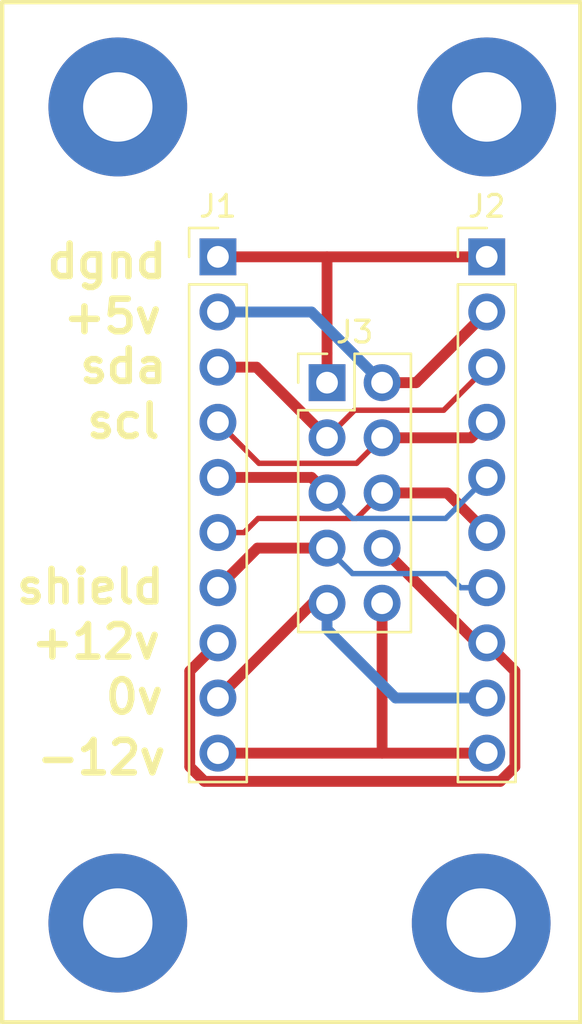
<source format=kicad_pcb>
(kicad_pcb (version 20171130) (host pcbnew "(5.0.1-3-g963ef8bb5)")

  (general
    (thickness 1.6)
    (drawings 12)
    (tracks 59)
    (zones 0)
    (modules 7)
    (nets 11)
  )

  (page A4)
  (layers
    (0 F.Cu signal)
    (31 B.Cu signal)
    (32 B.Adhes user)
    (33 F.Adhes user)
    (34 B.Paste user)
    (35 F.Paste user)
    (36 B.SilkS user)
    (37 F.SilkS user)
    (38 B.Mask user)
    (39 F.Mask user)
    (40 Dwgs.User user)
    (41 Cmts.User user)
    (42 Eco1.User user)
    (43 Eco2.User user)
    (44 Edge.Cuts user)
    (45 Margin user)
    (46 B.CrtYd user)
    (47 F.CrtYd user)
    (48 B.Fab user)
    (49 F.Fab user)
  )

  (setup
    (last_trace_width 0.5)
    (trace_clearance 0.2)
    (zone_clearance 0.508)
    (zone_45_only no)
    (trace_min 0.2)
    (segment_width 0.2)
    (edge_width 0.15)
    (via_size 0.8)
    (via_drill 0.4)
    (via_min_size 0.4)
    (via_min_drill 0.3)
    (uvia_size 0.3)
    (uvia_drill 0.1)
    (uvias_allowed no)
    (uvia_min_size 0.2)
    (uvia_min_drill 0.1)
    (pcb_text_width 0.3)
    (pcb_text_size 1.5 1.5)
    (mod_edge_width 0.15)
    (mod_text_size 1 1)
    (mod_text_width 0.15)
    (pad_size 1.524 1.524)
    (pad_drill 0.762)
    (pad_to_mask_clearance 0.051)
    (solder_mask_min_width 0.25)
    (aux_axis_origin 0 0)
    (visible_elements FFFFFF7F)
    (pcbplotparams
      (layerselection 0x010fc_ffffffff)
      (usegerberextensions false)
      (usegerberattributes false)
      (usegerberadvancedattributes false)
      (creategerberjobfile false)
      (excludeedgelayer true)
      (linewidth 0.100000)
      (plotframeref false)
      (viasonmask false)
      (mode 1)
      (useauxorigin false)
      (hpglpennumber 1)
      (hpglpenspeed 20)
      (hpglpendiameter 15.000000)
      (psnegative false)
      (psa4output false)
      (plotreference true)
      (plotvalue true)
      (plotinvisibletext false)
      (padsonsilk false)
      (subtractmaskfromsilk false)
      (outputformat 1)
      (mirror false)
      (drillshape 1)
      (scaleselection 1)
      (outputdirectory ""))
  )

  (net 0 "")
  (net 1 "Net-(J1-Pad1)")
  (net 2 "Net-(J1-Pad2)")
  (net 3 "Net-(J1-Pad3)")
  (net 4 "Net-(J1-Pad4)")
  (net 5 "Net-(J1-Pad5)")
  (net 6 "Net-(J1-Pad6)")
  (net 7 "Net-(J1-Pad7)")
  (net 8 "Net-(J1-Pad8)")
  (net 9 "Net-(J1-Pad9)")
  (net 10 "Net-(J1-Pad10)")

  (net_class Default "This is the default net class."
    (clearance 0.2)
    (trace_width 0.5)
    (via_dia 0.8)
    (via_drill 0.4)
    (uvia_dia 0.3)
    (uvia_drill 0.1)
    (add_net "Net-(J1-Pad1)")
    (add_net "Net-(J1-Pad10)")
    (add_net "Net-(J1-Pad2)")
    (add_net "Net-(J1-Pad8)")
    (add_net "Net-(J1-Pad9)")
  )

  (net_class Signal ""
    (clearance 0.2)
    (trace_width 0.25)
    (via_dia 0.8)
    (via_drill 0.4)
    (uvia_dia 0.3)
    (uvia_drill 0.1)
    (add_net "Net-(J1-Pad3)")
    (add_net "Net-(J1-Pad4)")
    (add_net "Net-(J1-Pad5)")
    (add_net "Net-(J1-Pad6)")
    (add_net "Net-(J1-Pad7)")
  )

  (module MountingHole:MountingHole_3.2mm_M3_Pad (layer F.Cu) (tedit 5C61C61A) (tstamp 5C79621E)
    (at 142.748 108.458)
    (descr "Mounting Hole 3.2mm, M3")
    (tags "mounting hole 3.2mm m3")
    (attr virtual)
    (fp_text reference REF** (at 0 -4.2) (layer F.SilkS) hide
      (effects (font (size 1 1) (thickness 0.15)))
    )
    (fp_text value MountingHole_3.2mm_M3_Pad (at 0 4.2) (layer F.Fab) hide
      (effects (font (size 1 1) (thickness 0.15)))
    )
    (fp_circle (center 0 0) (end 3.45 0) (layer F.CrtYd) (width 0.05))
    (fp_circle (center 0 0) (end 3.2 0) (layer Cmts.User) (width 0.15))
    (fp_text user %R (at 0.3 0) (layer F.Fab)
      (effects (font (size 1 1) (thickness 0.15)))
    )
    (pad 1 thru_hole circle (at 0 0) (size 6.4 6.4) (drill 3.2) (layers *.Cu *.Mask))
  )

  (module MountingHole:MountingHole_3.2mm_M3_Pad (layer F.Cu) (tedit 5C61C616) (tstamp 5C79632A)
    (at 125.984 108.458)
    (descr "Mounting Hole 3.2mm, M3")
    (tags "mounting hole 3.2mm m3")
    (attr virtual)
    (fp_text reference REF** (at 0 -4.2) (layer F.SilkS) hide
      (effects (font (size 1 1) (thickness 0.15)))
    )
    (fp_text value MountingHole_3.2mm_M3_Pad (at 0 4.2) (layer F.Fab) hide
      (effects (font (size 1 1) (thickness 0.15)))
    )
    (fp_text user %R (at 0.3 0) (layer F.Fab)
      (effects (font (size 1 1) (thickness 0.15)))
    )
    (fp_circle (center 0 0) (end 3.2 0) (layer Cmts.User) (width 0.15))
    (fp_circle (center 0 0) (end 3.45 0) (layer F.CrtYd) (width 0.05))
    (pad 1 thru_hole circle (at 0 0) (size 6.4 6.4) (drill 3.2) (layers *.Cu *.Mask))
  )

  (module Connector_PinHeader_2.54mm:PinHeader_2x05_P2.54mm_Vertical (layer F.Cu) (tedit 5C61C602) (tstamp 5C6DE2D5)
    (at 135.636 83.566)
    (descr "Through hole straight pin header, 2x05, 2.54mm pitch, double rows")
    (tags "Through hole pin header THT 2x05 2.54mm double row")
    (path /5C61E11C)
    (fp_text reference J3 (at 1.27 -2.33) (layer F.SilkS)
      (effects (font (size 1 1) (thickness 0.15)))
    )
    (fp_text value Conn_02x05_Odd_Even (at 1.27 12.49) (layer F.Fab) hide
      (effects (font (size 1 1) (thickness 0.15)))
    )
    (fp_line (start 0 -1.27) (end 3.81 -1.27) (layer F.Fab) (width 0.1))
    (fp_line (start 3.81 -1.27) (end 3.81 11.43) (layer F.Fab) (width 0.1))
    (fp_line (start 3.81 11.43) (end -1.27 11.43) (layer F.Fab) (width 0.1))
    (fp_line (start -1.27 11.43) (end -1.27 0) (layer F.Fab) (width 0.1))
    (fp_line (start -1.27 0) (end 0 -1.27) (layer F.Fab) (width 0.1))
    (fp_line (start -1.33 11.49) (end 3.87 11.49) (layer F.SilkS) (width 0.12))
    (fp_line (start -1.33 1.27) (end -1.33 11.49) (layer F.SilkS) (width 0.12))
    (fp_line (start 3.87 -1.33) (end 3.87 11.49) (layer F.SilkS) (width 0.12))
    (fp_line (start -1.33 1.27) (end 1.27 1.27) (layer F.SilkS) (width 0.12))
    (fp_line (start 1.27 1.27) (end 1.27 -1.33) (layer F.SilkS) (width 0.12))
    (fp_line (start 1.27 -1.33) (end 3.87 -1.33) (layer F.SilkS) (width 0.12))
    (fp_line (start -1.33 0) (end -1.33 -1.33) (layer F.SilkS) (width 0.12))
    (fp_line (start -1.33 -1.33) (end 0 -1.33) (layer F.SilkS) (width 0.12))
    (fp_line (start -1.8 -1.8) (end -1.8 11.95) (layer F.CrtYd) (width 0.05))
    (fp_line (start -1.8 11.95) (end 4.35 11.95) (layer F.CrtYd) (width 0.05))
    (fp_line (start 4.35 11.95) (end 4.35 -1.8) (layer F.CrtYd) (width 0.05))
    (fp_line (start 4.35 -1.8) (end -1.8 -1.8) (layer F.CrtYd) (width 0.05))
    (fp_text user %R (at 1.27 5.08 90) (layer F.Fab)
      (effects (font (size 1 1) (thickness 0.15)))
    )
    (pad 1 thru_hole rect (at 0 0) (size 1.7 1.7) (drill 1) (layers *.Cu *.Mask)
      (net 1 "Net-(J1-Pad1)"))
    (pad 2 thru_hole oval (at 2.54 0) (size 1.7 1.7) (drill 1) (layers *.Cu *.Mask)
      (net 2 "Net-(J1-Pad2)"))
    (pad 3 thru_hole oval (at 0 2.54) (size 1.7 1.7) (drill 1) (layers *.Cu *.Mask)
      (net 3 "Net-(J1-Pad3)"))
    (pad 4 thru_hole oval (at 2.54 2.54) (size 1.7 1.7) (drill 1) (layers *.Cu *.Mask)
      (net 4 "Net-(J1-Pad4)"))
    (pad 5 thru_hole oval (at 0 5.08) (size 1.7 1.7) (drill 1) (layers *.Cu *.Mask)
      (net 5 "Net-(J1-Pad5)"))
    (pad 6 thru_hole oval (at 2.54 5.08) (size 1.7 1.7) (drill 1) (layers *.Cu *.Mask)
      (net 6 "Net-(J1-Pad6)"))
    (pad 7 thru_hole oval (at 0 7.62) (size 1.7 1.7) (drill 1) (layers *.Cu *.Mask)
      (net 7 "Net-(J1-Pad7)"))
    (pad 8 thru_hole oval (at 2.54 7.62) (size 1.7 1.7) (drill 1) (layers *.Cu *.Mask)
      (net 8 "Net-(J1-Pad8)"))
    (pad 9 thru_hole oval (at 0 10.16) (size 1.7 1.7) (drill 1) (layers *.Cu *.Mask)
      (net 9 "Net-(J1-Pad9)"))
    (pad 10 thru_hole oval (at 2.54 10.16) (size 1.7 1.7) (drill 1) (layers *.Cu *.Mask)
      (net 10 "Net-(J1-Pad10)"))
    (model ${KISYS3DMOD}/Connector_PinHeader_2.54mm.3dshapes/PinHeader_2x05_P2.54mm_Vertical.wrl
      (at (xyz 0 0 0))
      (scale (xyz 1 1 1))
      (rotate (xyz 0 0 0))
    )
  )

  (module Connector_PinHeader_2.54mm:PinHeader_1x10_P2.54mm_Vertical (layer F.Cu) (tedit 5C61C60A) (tstamp 5C6DE5B6)
    (at 130.603001 77.771001)
    (descr "Through hole straight pin header, 1x10, 2.54mm pitch, single row")
    (tags "Through hole pin header THT 1x10 2.54mm single row")
    (path /5C61A187)
    (fp_text reference J1 (at 0 -2.33) (layer F.SilkS)
      (effects (font (size 1 1) (thickness 0.15)))
    )
    (fp_text value Conn_01x10 (at 0 25.19) (layer F.Fab) hide
      (effects (font (size 1 1) (thickness 0.15)))
    )
    (fp_line (start -0.635 -1.27) (end 1.27 -1.27) (layer F.Fab) (width 0.1))
    (fp_line (start 1.27 -1.27) (end 1.27 24.13) (layer F.Fab) (width 0.1))
    (fp_line (start 1.27 24.13) (end -1.27 24.13) (layer F.Fab) (width 0.1))
    (fp_line (start -1.27 24.13) (end -1.27 -0.635) (layer F.Fab) (width 0.1))
    (fp_line (start -1.27 -0.635) (end -0.635 -1.27) (layer F.Fab) (width 0.1))
    (fp_line (start -1.33 24.19) (end 1.33 24.19) (layer F.SilkS) (width 0.12))
    (fp_line (start -1.33 1.27) (end -1.33 24.19) (layer F.SilkS) (width 0.12))
    (fp_line (start 1.33 1.27) (end 1.33 24.19) (layer F.SilkS) (width 0.12))
    (fp_line (start -1.33 1.27) (end 1.33 1.27) (layer F.SilkS) (width 0.12))
    (fp_line (start -1.33 0) (end -1.33 -1.33) (layer F.SilkS) (width 0.12))
    (fp_line (start -1.33 -1.33) (end 0 -1.33) (layer F.SilkS) (width 0.12))
    (fp_line (start -1.8 -1.8) (end -1.8 24.65) (layer F.CrtYd) (width 0.05))
    (fp_line (start -1.8 24.65) (end 1.8 24.65) (layer F.CrtYd) (width 0.05))
    (fp_line (start 1.8 24.65) (end 1.8 -1.8) (layer F.CrtYd) (width 0.05))
    (fp_line (start 1.8 -1.8) (end -1.8 -1.8) (layer F.CrtYd) (width 0.05))
    (fp_text user %R (at 0 11.43 90) (layer F.Fab)
      (effects (font (size 1 1) (thickness 0.15)))
    )
    (pad 1 thru_hole rect (at 0 0) (size 1.7 1.7) (drill 1) (layers *.Cu *.Mask)
      (net 1 "Net-(J1-Pad1)"))
    (pad 2 thru_hole oval (at 0 2.54) (size 1.7 1.7) (drill 1) (layers *.Cu *.Mask)
      (net 2 "Net-(J1-Pad2)"))
    (pad 3 thru_hole oval (at 0 5.08) (size 1.7 1.7) (drill 1) (layers *.Cu *.Mask)
      (net 3 "Net-(J1-Pad3)"))
    (pad 4 thru_hole oval (at 0 7.62) (size 1.7 1.7) (drill 1) (layers *.Cu *.Mask)
      (net 4 "Net-(J1-Pad4)"))
    (pad 5 thru_hole oval (at 0 10.16) (size 1.7 1.7) (drill 1) (layers *.Cu *.Mask)
      (net 5 "Net-(J1-Pad5)"))
    (pad 6 thru_hole oval (at 0 12.7) (size 1.7 1.7) (drill 1) (layers *.Cu *.Mask)
      (net 6 "Net-(J1-Pad6)"))
    (pad 7 thru_hole oval (at 0 15.24) (size 1.7 1.7) (drill 1) (layers *.Cu *.Mask)
      (net 7 "Net-(J1-Pad7)"))
    (pad 8 thru_hole oval (at 0 17.78) (size 1.7 1.7) (drill 1) (layers *.Cu *.Mask)
      (net 8 "Net-(J1-Pad8)"))
    (pad 9 thru_hole oval (at 0 20.32) (size 1.7 1.7) (drill 1) (layers *.Cu *.Mask)
      (net 9 "Net-(J1-Pad9)"))
    (pad 10 thru_hole oval (at 0 22.86) (size 1.7 1.7) (drill 1) (layers *.Cu *.Mask)
      (net 10 "Net-(J1-Pad10)"))
    (model ${KISYS3DMOD}/Connector_PinHeader_2.54mm.3dshapes/PinHeader_1x10_P2.54mm_Vertical.wrl
      (at (xyz 0 0 0))
      (scale (xyz 1 1 1))
      (rotate (xyz 0 0 0))
    )
  )

  (module Connector_PinHeader_2.54mm:PinHeader_1x10_P2.54mm_Vertical (layer F.Cu) (tedit 5C61C605) (tstamp 5C6DE5D3)
    (at 143.003001 77.771001)
    (descr "Through hole straight pin header, 1x10, 2.54mm pitch, single row")
    (tags "Through hole pin header THT 1x10 2.54mm single row")
    (path /5C61A8E5)
    (fp_text reference J2 (at 0 -2.33) (layer F.SilkS)
      (effects (font (size 1 1) (thickness 0.15)))
    )
    (fp_text value Conn_01x10 (at 0 25.19) (layer F.Fab) hide
      (effects (font (size 1 1) (thickness 0.15)))
    )
    (fp_text user %R (at 0 11.43 90) (layer F.Fab)
      (effects (font (size 1 1) (thickness 0.15)))
    )
    (fp_line (start 1.8 -1.8) (end -1.8 -1.8) (layer F.CrtYd) (width 0.05))
    (fp_line (start 1.8 24.65) (end 1.8 -1.8) (layer F.CrtYd) (width 0.05))
    (fp_line (start -1.8 24.65) (end 1.8 24.65) (layer F.CrtYd) (width 0.05))
    (fp_line (start -1.8 -1.8) (end -1.8 24.65) (layer F.CrtYd) (width 0.05))
    (fp_line (start -1.33 -1.33) (end 0 -1.33) (layer F.SilkS) (width 0.12))
    (fp_line (start -1.33 0) (end -1.33 -1.33) (layer F.SilkS) (width 0.12))
    (fp_line (start -1.33 1.27) (end 1.33 1.27) (layer F.SilkS) (width 0.12))
    (fp_line (start 1.33 1.27) (end 1.33 24.19) (layer F.SilkS) (width 0.12))
    (fp_line (start -1.33 1.27) (end -1.33 24.19) (layer F.SilkS) (width 0.12))
    (fp_line (start -1.33 24.19) (end 1.33 24.19) (layer F.SilkS) (width 0.12))
    (fp_line (start -1.27 -0.635) (end -0.635 -1.27) (layer F.Fab) (width 0.1))
    (fp_line (start -1.27 24.13) (end -1.27 -0.635) (layer F.Fab) (width 0.1))
    (fp_line (start 1.27 24.13) (end -1.27 24.13) (layer F.Fab) (width 0.1))
    (fp_line (start 1.27 -1.27) (end 1.27 24.13) (layer F.Fab) (width 0.1))
    (fp_line (start -0.635 -1.27) (end 1.27 -1.27) (layer F.Fab) (width 0.1))
    (pad 10 thru_hole oval (at 0 22.86) (size 1.7 1.7) (drill 1) (layers *.Cu *.Mask)
      (net 10 "Net-(J1-Pad10)"))
    (pad 9 thru_hole oval (at 0 20.32) (size 1.7 1.7) (drill 1) (layers *.Cu *.Mask)
      (net 9 "Net-(J1-Pad9)"))
    (pad 8 thru_hole oval (at 0 17.78) (size 1.7 1.7) (drill 1) (layers *.Cu *.Mask)
      (net 8 "Net-(J1-Pad8)"))
    (pad 7 thru_hole oval (at 0 15.24) (size 1.7 1.7) (drill 1) (layers *.Cu *.Mask)
      (net 7 "Net-(J1-Pad7)"))
    (pad 6 thru_hole oval (at 0 12.7) (size 1.7 1.7) (drill 1) (layers *.Cu *.Mask)
      (net 6 "Net-(J1-Pad6)"))
    (pad 5 thru_hole oval (at 0 10.16) (size 1.7 1.7) (drill 1) (layers *.Cu *.Mask)
      (net 5 "Net-(J1-Pad5)"))
    (pad 4 thru_hole oval (at 0 7.62) (size 1.7 1.7) (drill 1) (layers *.Cu *.Mask)
      (net 4 "Net-(J1-Pad4)"))
    (pad 3 thru_hole oval (at 0 5.08) (size 1.7 1.7) (drill 1) (layers *.Cu *.Mask)
      (net 3 "Net-(J1-Pad3)"))
    (pad 2 thru_hole oval (at 0 2.54) (size 1.7 1.7) (drill 1) (layers *.Cu *.Mask)
      (net 2 "Net-(J1-Pad2)"))
    (pad 1 thru_hole rect (at 0 0) (size 1.7 1.7) (drill 1) (layers *.Cu *.Mask)
      (net 1 "Net-(J1-Pad1)"))
    (model ${KISYS3DMOD}/Connector_PinHeader_2.54mm.3dshapes/PinHeader_1x10_P2.54mm_Vertical.wrl
      (at (xyz 0 0 0))
      (scale (xyz 1 1 1))
      (rotate (xyz 0 0 0))
    )
  )

  (module MountingHole:MountingHole_3.2mm_M3_Pad (layer F.Cu) (tedit 5C61C60F) (tstamp 5C7961C8)
    (at 143.002 70.866)
    (descr "Mounting Hole 3.2mm, M3")
    (tags "mounting hole 3.2mm m3")
    (attr virtual)
    (fp_text reference REF** (at 0 -4.2) (layer F.SilkS) hide
      (effects (font (size 1 1) (thickness 0.15)))
    )
    (fp_text value MountingHole_3.2mm_M3_Pad (at 0 4.2) (layer F.Fab) hide
      (effects (font (size 1 1) (thickness 0.15)))
    )
    (fp_circle (center 0 0) (end 3.45 0) (layer F.CrtYd) (width 0.05))
    (fp_circle (center 0 0) (end 3.2 0) (layer Cmts.User) (width 0.15))
    (fp_text user %R (at 0.3 0) (layer F.Fab)
      (effects (font (size 1 1) (thickness 0.15)))
    )
    (pad 1 thru_hole circle (at 0 0) (size 6.4 6.4) (drill 3.2) (layers *.Cu *.Mask))
  )

  (module MountingHole:MountingHole_3.2mm_M3_Pad (layer F.Cu) (tedit 5C61C613) (tstamp 5C7961D7)
    (at 125.984 70.866)
    (descr "Mounting Hole 3.2mm, M3")
    (tags "mounting hole 3.2mm m3")
    (attr virtual)
    (fp_text reference REF** (at 0 -4.2) (layer F.SilkS) hide
      (effects (font (size 1 1) (thickness 0.15)))
    )
    (fp_text value MountingHole_3.2mm_M3_Pad (at 0 4.2) (layer F.Fab) hide
      (effects (font (size 1 1) (thickness 0.15)))
    )
    (fp_circle (center 0 0) (end 3.45 0) (layer F.CrtYd) (width 0.05))
    (fp_circle (center 0 0) (end 3.2 0) (layer Cmts.User) (width 0.15))
    (fp_text user %R (at 0.3 0) (layer F.Fab)
      (effects (font (size 1 1) (thickness 0.15)))
    )
    (pad 1 thru_hole circle (at 0 0) (size 6.4 6.4) (drill 3.2) (layers *.Cu *.Mask))
  )

  (gr_line (start 120.65 113.03) (end 120.65 66.04) (layer F.SilkS) (width 0.2))
  (gr_line (start 147.32 113.03) (end 120.65 113.03) (layer F.SilkS) (width 0.2))
  (gr_line (start 147.32 66.04) (end 147.32 113.03) (layer F.SilkS) (width 0.2))
  (gr_line (start 120.65 66.04) (end 147.32 66.04) (layer F.SilkS) (width 0.2))
  (gr_text shield (at 124.714 92.964) (layer F.SilkS)
    (effects (font (size 1.5 1.5) (thickness 0.3)))
  )
  (gr_text scl (at 126.238 85.344) (layer F.SilkS)
    (effects (font (size 1.5 1.5) (thickness 0.3)))
  )
  (gr_text sda (at 126.238 82.804) (layer F.SilkS)
    (effects (font (size 1.5 1.5) (thickness 0.3)))
  )
  (gr_text 0v (at 126.746 98.044) (layer F.SilkS)
    (effects (font (size 1.5 1.5) (thickness 0.3)))
  )
  (gr_text -12v (at 125.222 100.838) (layer F.SilkS)
    (effects (font (size 1.5 1.5) (thickness 0.3)))
  )
  (gr_text +12v (at 124.968 95.504) (layer F.SilkS) (tstamp 5C7962D9)
    (effects (font (size 1.5 1.5) (thickness 0.3)))
  )
  (gr_text +5v (at 125.73 80.518) (layer F.SilkS)
    (effects (font (size 1.5 1.5) (thickness 0.3)))
  )
  (gr_text dgnd (at 125.476 77.978) (layer F.SilkS)
    (effects (font (size 1.5 1.5) (thickness 0.3)))
  )

  (segment (start 135.636 82.216) (end 135.636 77.771001) (width 0.5) (layer F.Cu) (net 1))
  (segment (start 135.636 83.566) (end 135.636 82.216) (width 0.5) (layer F.Cu) (net 1))
  (segment (start 135.636 77.771001) (end 143.003001 77.771001) (width 0.5) (layer F.Cu) (net 1))
  (segment (start 130.603001 77.771001) (end 135.636 77.771001) (width 0.5) (layer F.Cu) (net 1))
  (segment (start 139.748002 83.566) (end 143.003001 80.311001) (width 0.5) (layer F.Cu) (net 2))
  (segment (start 138.176 83.566) (end 139.748002 83.566) (width 0.5) (layer F.Cu) (net 2))
  (segment (start 134.921001 80.311001) (end 138.176 83.566) (width 0.5) (layer B.Cu) (net 2))
  (segment (start 130.603001 80.311001) (end 134.921001 80.311001) (width 0.5) (layer B.Cu) (net 2))
  (segment (start 132.381001 82.851001) (end 130.603001 82.851001) (width 0.5) (layer F.Cu) (net 3))
  (segment (start 135.636 86.106) (end 132.381001 82.851001) (width 0.5) (layer F.Cu) (net 3))
  (segment (start 142.153002 83.701) (end 143.003001 82.851001) (width 0.25) (layer F.Cu) (net 3))
  (segment (start 141.018002 84.836) (end 142.153002 83.701) (width 0.25) (layer F.Cu) (net 3))
  (segment (start 136.906 84.836) (end 141.018002 84.836) (width 0.25) (layer F.Cu) (net 3))
  (segment (start 135.636 86.106) (end 136.906 84.836) (width 0.25) (layer F.Cu) (net 3))
  (segment (start 142.288002 86.106) (end 143.003001 85.391001) (width 0.5) (layer F.Cu) (net 4))
  (segment (start 138.176 86.106) (end 142.288002 86.106) (width 0.5) (layer F.Cu) (net 4))
  (segment (start 132.493001 87.281001) (end 131.453 86.241) (width 0.25) (layer F.Cu) (net 4))
  (segment (start 131.453 86.241) (end 130.603001 85.391001) (width 0.25) (layer F.Cu) (net 4))
  (segment (start 137.000999 87.281001) (end 132.493001 87.281001) (width 0.25) (layer F.Cu) (net 4))
  (segment (start 138.176 86.106) (end 137.000999 87.281001) (width 0.25) (layer F.Cu) (net 4))
  (segment (start 134.921001 87.931001) (end 135.636 88.646) (width 0.5) (layer F.Cu) (net 5))
  (segment (start 130.603001 87.931001) (end 134.921001 87.931001) (width 0.5) (layer F.Cu) (net 5))
  (segment (start 136.811001 89.821001) (end 141.113001 89.821001) (width 0.25) (layer B.Cu) (net 5))
  (segment (start 142.153002 88.781) (end 143.003001 87.931001) (width 0.25) (layer B.Cu) (net 5))
  (segment (start 141.113001 89.821001) (end 142.153002 88.781) (width 0.25) (layer B.Cu) (net 5))
  (segment (start 135.636 88.646) (end 136.811001 89.821001) (width 0.25) (layer B.Cu) (net 5))
  (segment (start 141.178 88.646) (end 143.003001 90.471001) (width 0.5) (layer F.Cu) (net 6))
  (segment (start 138.176 88.646) (end 141.178 88.646) (width 0.5) (layer F.Cu) (net 6))
  (segment (start 137.326001 89.495999) (end 138.176 88.646) (width 0.25) (layer F.Cu) (net 6))
  (segment (start 137.000999 89.821001) (end 137.326001 89.495999) (width 0.25) (layer F.Cu) (net 6))
  (segment (start 132.455082 89.821001) (end 137.000999 89.821001) (width 0.25) (layer F.Cu) (net 6))
  (segment (start 131.805082 90.471001) (end 132.455082 89.821001) (width 0.25) (layer F.Cu) (net 6))
  (segment (start 130.603001 90.471001) (end 131.805082 90.471001) (width 0.25) (layer F.Cu) (net 6))
  (segment (start 132.428002 91.186) (end 130.603001 93.011001) (width 0.5) (layer F.Cu) (net 7))
  (segment (start 135.636 91.186) (end 132.428002 91.186) (width 0.5) (layer F.Cu) (net 7))
  (segment (start 141.15092 92.361001) (end 141.80092 93.011001) (width 0.25) (layer B.Cu) (net 7))
  (segment (start 136.811001 92.361001) (end 141.15092 92.361001) (width 0.25) (layer B.Cu) (net 7))
  (segment (start 141.80092 93.011001) (end 143.003001 93.011001) (width 0.25) (layer B.Cu) (net 7))
  (segment (start 135.636 91.186) (end 136.811001 92.361001) (width 0.25) (layer B.Cu) (net 7))
  (segment (start 144.303002 96.851002) (end 143.853 96.401) (width 0.5) (layer F.Cu) (net 8))
  (segment (start 129.979 101.931002) (end 143.627002 101.931002) (width 0.5) (layer F.Cu) (net 8))
  (segment (start 143.853 96.401) (end 143.003001 95.551001) (width 0.5) (layer F.Cu) (net 8))
  (segment (start 129.303 101.255002) (end 129.979 101.931002) (width 0.5) (layer F.Cu) (net 8))
  (segment (start 143.627002 101.931002) (end 144.303002 101.255002) (width 0.5) (layer F.Cu) (net 8))
  (segment (start 129.303 96.851002) (end 129.303 101.255002) (width 0.5) (layer F.Cu) (net 8))
  (segment (start 144.303002 101.255002) (end 144.303002 96.851002) (width 0.5) (layer F.Cu) (net 8))
  (segment (start 130.603001 95.551001) (end 129.303 96.851002) (width 0.5) (layer F.Cu) (net 8))
  (segment (start 142.541001 95.551001) (end 143.003001 95.551001) (width 0.5) (layer F.Cu) (net 8))
  (segment (start 138.176 91.186) (end 142.541001 95.551001) (width 0.5) (layer F.Cu) (net 8))
  (segment (start 134.968002 93.726) (end 135.636 93.726) (width 0.5) (layer F.Cu) (net 9))
  (segment (start 130.603001 98.091001) (end 134.968002 93.726) (width 0.5) (layer F.Cu) (net 9))
  (segment (start 138.79892 98.091001) (end 141.80092 98.091001) (width 0.5) (layer B.Cu) (net 9))
  (segment (start 135.636 94.928081) (end 138.79892 98.091001) (width 0.5) (layer B.Cu) (net 9))
  (segment (start 141.80092 98.091001) (end 143.003001 98.091001) (width 0.5) (layer B.Cu) (net 9))
  (segment (start 135.636 93.726) (end 135.636 94.928081) (width 0.5) (layer B.Cu) (net 9))
  (segment (start 138.176 94.928081) (end 138.176 100.631001) (width 0.5) (layer F.Cu) (net 10))
  (segment (start 138.176 93.726) (end 138.176 94.928081) (width 0.5) (layer F.Cu) (net 10))
  (segment (start 138.176 100.631001) (end 143.003001 100.631001) (width 0.5) (layer F.Cu) (net 10))
  (segment (start 130.603001 100.631001) (end 138.176 100.631001) (width 0.5) (layer F.Cu) (net 10))

)

</source>
